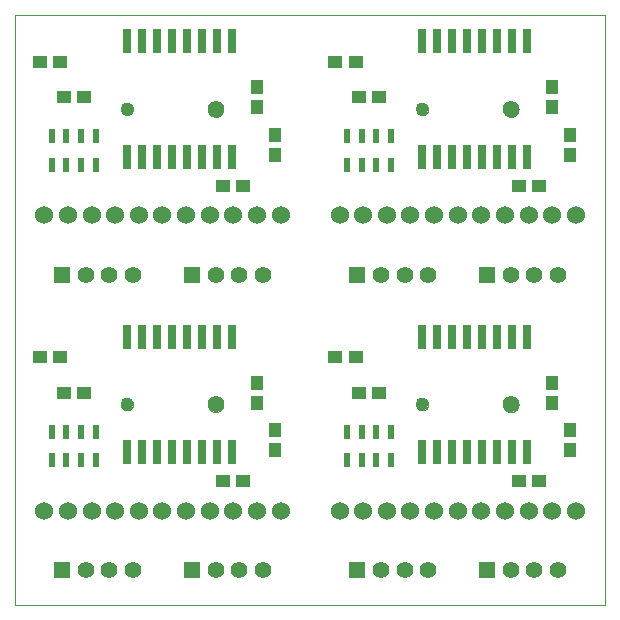
<source format=gbs>
G75*
%MOIN*%
%OFA0B0*%
%FSLAX25Y25*%
%IPPOS*%
%LPD*%
%AMOC8*
5,1,8,0,0,1.08239X$1,22.5*
%
%ADD10C,0.00000*%
%ADD11R,0.03000X0.08400*%
%ADD12R,0.05550X0.05550*%
%ADD13C,0.05550*%
%ADD14C,0.06000*%
%ADD15R,0.02369X0.05124*%
%ADD16C,0.05518*%
%ADD17C,0.04337*%
%ADD18R,0.04731X0.04337*%
%ADD19R,0.04337X0.04731*%
D10*
X0001500Y0006189D02*
X0001500Y0203039D01*
X0198350Y0203039D01*
X0198350Y0006189D01*
X0001500Y0006189D01*
X0036933Y0073118D02*
X0036935Y0073206D01*
X0036941Y0073294D01*
X0036951Y0073382D01*
X0036965Y0073470D01*
X0036982Y0073556D01*
X0037004Y0073642D01*
X0037029Y0073726D01*
X0037059Y0073810D01*
X0037091Y0073892D01*
X0037128Y0073972D01*
X0037168Y0074051D01*
X0037212Y0074128D01*
X0037259Y0074203D01*
X0037309Y0074275D01*
X0037363Y0074346D01*
X0037419Y0074413D01*
X0037479Y0074479D01*
X0037541Y0074541D01*
X0037607Y0074601D01*
X0037674Y0074657D01*
X0037745Y0074711D01*
X0037817Y0074761D01*
X0037892Y0074808D01*
X0037969Y0074852D01*
X0038048Y0074892D01*
X0038128Y0074929D01*
X0038210Y0074961D01*
X0038294Y0074991D01*
X0038378Y0075016D01*
X0038464Y0075038D01*
X0038550Y0075055D01*
X0038638Y0075069D01*
X0038726Y0075079D01*
X0038814Y0075085D01*
X0038902Y0075087D01*
X0038990Y0075085D01*
X0039078Y0075079D01*
X0039166Y0075069D01*
X0039254Y0075055D01*
X0039340Y0075038D01*
X0039426Y0075016D01*
X0039510Y0074991D01*
X0039594Y0074961D01*
X0039676Y0074929D01*
X0039756Y0074892D01*
X0039835Y0074852D01*
X0039912Y0074808D01*
X0039987Y0074761D01*
X0040059Y0074711D01*
X0040130Y0074657D01*
X0040197Y0074601D01*
X0040263Y0074541D01*
X0040325Y0074479D01*
X0040385Y0074413D01*
X0040441Y0074346D01*
X0040495Y0074275D01*
X0040545Y0074203D01*
X0040592Y0074128D01*
X0040636Y0074051D01*
X0040676Y0073972D01*
X0040713Y0073892D01*
X0040745Y0073810D01*
X0040775Y0073726D01*
X0040800Y0073642D01*
X0040822Y0073556D01*
X0040839Y0073470D01*
X0040853Y0073382D01*
X0040863Y0073294D01*
X0040869Y0073206D01*
X0040871Y0073118D01*
X0040869Y0073030D01*
X0040863Y0072942D01*
X0040853Y0072854D01*
X0040839Y0072766D01*
X0040822Y0072680D01*
X0040800Y0072594D01*
X0040775Y0072510D01*
X0040745Y0072426D01*
X0040713Y0072344D01*
X0040676Y0072264D01*
X0040636Y0072185D01*
X0040592Y0072108D01*
X0040545Y0072033D01*
X0040495Y0071961D01*
X0040441Y0071890D01*
X0040385Y0071823D01*
X0040325Y0071757D01*
X0040263Y0071695D01*
X0040197Y0071635D01*
X0040130Y0071579D01*
X0040059Y0071525D01*
X0039987Y0071475D01*
X0039912Y0071428D01*
X0039835Y0071384D01*
X0039756Y0071344D01*
X0039676Y0071307D01*
X0039594Y0071275D01*
X0039510Y0071245D01*
X0039426Y0071220D01*
X0039340Y0071198D01*
X0039254Y0071181D01*
X0039166Y0071167D01*
X0039078Y0071157D01*
X0038990Y0071151D01*
X0038902Y0071149D01*
X0038814Y0071151D01*
X0038726Y0071157D01*
X0038638Y0071167D01*
X0038550Y0071181D01*
X0038464Y0071198D01*
X0038378Y0071220D01*
X0038294Y0071245D01*
X0038210Y0071275D01*
X0038128Y0071307D01*
X0038048Y0071344D01*
X0037969Y0071384D01*
X0037892Y0071428D01*
X0037817Y0071475D01*
X0037745Y0071525D01*
X0037674Y0071579D01*
X0037607Y0071635D01*
X0037541Y0071695D01*
X0037479Y0071757D01*
X0037419Y0071823D01*
X0037363Y0071890D01*
X0037309Y0071961D01*
X0037259Y0072033D01*
X0037212Y0072108D01*
X0037168Y0072185D01*
X0037128Y0072264D01*
X0037091Y0072344D01*
X0037059Y0072426D01*
X0037029Y0072510D01*
X0037004Y0072594D01*
X0036982Y0072680D01*
X0036965Y0072766D01*
X0036951Y0072854D01*
X0036941Y0072942D01*
X0036935Y0073030D01*
X0036933Y0073118D01*
X0065870Y0073118D02*
X0065872Y0073219D01*
X0065878Y0073320D01*
X0065888Y0073421D01*
X0065902Y0073521D01*
X0065920Y0073620D01*
X0065942Y0073719D01*
X0065967Y0073817D01*
X0065997Y0073914D01*
X0066030Y0074009D01*
X0066067Y0074103D01*
X0066108Y0074196D01*
X0066152Y0074287D01*
X0066200Y0074376D01*
X0066252Y0074463D01*
X0066307Y0074548D01*
X0066365Y0074630D01*
X0066426Y0074711D01*
X0066491Y0074789D01*
X0066558Y0074864D01*
X0066628Y0074936D01*
X0066702Y0075006D01*
X0066778Y0075073D01*
X0066856Y0075137D01*
X0066937Y0075197D01*
X0067020Y0075254D01*
X0067106Y0075308D01*
X0067194Y0075359D01*
X0067283Y0075406D01*
X0067374Y0075450D01*
X0067467Y0075489D01*
X0067562Y0075526D01*
X0067657Y0075558D01*
X0067754Y0075587D01*
X0067853Y0075611D01*
X0067951Y0075632D01*
X0068051Y0075649D01*
X0068151Y0075662D01*
X0068252Y0075671D01*
X0068353Y0075676D01*
X0068454Y0075677D01*
X0068555Y0075674D01*
X0068656Y0075667D01*
X0068757Y0075656D01*
X0068857Y0075641D01*
X0068956Y0075622D01*
X0069055Y0075599D01*
X0069152Y0075573D01*
X0069249Y0075542D01*
X0069344Y0075508D01*
X0069437Y0075470D01*
X0069530Y0075428D01*
X0069620Y0075383D01*
X0069709Y0075334D01*
X0069795Y0075282D01*
X0069879Y0075226D01*
X0069962Y0075167D01*
X0070041Y0075105D01*
X0070119Y0075040D01*
X0070193Y0074972D01*
X0070265Y0074900D01*
X0070334Y0074827D01*
X0070400Y0074750D01*
X0070463Y0074671D01*
X0070523Y0074589D01*
X0070579Y0074505D01*
X0070632Y0074419D01*
X0070682Y0074331D01*
X0070728Y0074241D01*
X0070771Y0074150D01*
X0070810Y0074056D01*
X0070845Y0073961D01*
X0070876Y0073865D01*
X0070904Y0073768D01*
X0070928Y0073670D01*
X0070948Y0073571D01*
X0070964Y0073471D01*
X0070976Y0073370D01*
X0070984Y0073270D01*
X0070988Y0073169D01*
X0070988Y0073067D01*
X0070984Y0072966D01*
X0070976Y0072866D01*
X0070964Y0072765D01*
X0070948Y0072665D01*
X0070928Y0072566D01*
X0070904Y0072468D01*
X0070876Y0072371D01*
X0070845Y0072275D01*
X0070810Y0072180D01*
X0070771Y0072086D01*
X0070728Y0071995D01*
X0070682Y0071905D01*
X0070632Y0071817D01*
X0070579Y0071731D01*
X0070523Y0071647D01*
X0070463Y0071565D01*
X0070400Y0071486D01*
X0070334Y0071409D01*
X0070265Y0071336D01*
X0070193Y0071264D01*
X0070119Y0071196D01*
X0070041Y0071131D01*
X0069962Y0071069D01*
X0069879Y0071010D01*
X0069795Y0070954D01*
X0069708Y0070902D01*
X0069620Y0070853D01*
X0069530Y0070808D01*
X0069437Y0070766D01*
X0069344Y0070728D01*
X0069249Y0070694D01*
X0069152Y0070663D01*
X0069055Y0070637D01*
X0068956Y0070614D01*
X0068857Y0070595D01*
X0068757Y0070580D01*
X0068656Y0070569D01*
X0068555Y0070562D01*
X0068454Y0070559D01*
X0068353Y0070560D01*
X0068252Y0070565D01*
X0068151Y0070574D01*
X0068051Y0070587D01*
X0067951Y0070604D01*
X0067853Y0070625D01*
X0067754Y0070649D01*
X0067657Y0070678D01*
X0067562Y0070710D01*
X0067467Y0070747D01*
X0067374Y0070786D01*
X0067283Y0070830D01*
X0067194Y0070877D01*
X0067106Y0070928D01*
X0067020Y0070982D01*
X0066937Y0071039D01*
X0066856Y0071099D01*
X0066778Y0071163D01*
X0066702Y0071230D01*
X0066628Y0071300D01*
X0066558Y0071372D01*
X0066491Y0071447D01*
X0066426Y0071525D01*
X0066365Y0071606D01*
X0066307Y0071688D01*
X0066252Y0071773D01*
X0066200Y0071860D01*
X0066152Y0071949D01*
X0066108Y0072040D01*
X0066067Y0072133D01*
X0066030Y0072227D01*
X0065997Y0072322D01*
X0065967Y0072419D01*
X0065942Y0072517D01*
X0065920Y0072616D01*
X0065902Y0072715D01*
X0065888Y0072815D01*
X0065878Y0072916D01*
X0065872Y0073017D01*
X0065870Y0073118D01*
X0135358Y0073118D02*
X0135360Y0073206D01*
X0135366Y0073294D01*
X0135376Y0073382D01*
X0135390Y0073470D01*
X0135407Y0073556D01*
X0135429Y0073642D01*
X0135454Y0073726D01*
X0135484Y0073810D01*
X0135516Y0073892D01*
X0135553Y0073972D01*
X0135593Y0074051D01*
X0135637Y0074128D01*
X0135684Y0074203D01*
X0135734Y0074275D01*
X0135788Y0074346D01*
X0135844Y0074413D01*
X0135904Y0074479D01*
X0135966Y0074541D01*
X0136032Y0074601D01*
X0136099Y0074657D01*
X0136170Y0074711D01*
X0136242Y0074761D01*
X0136317Y0074808D01*
X0136394Y0074852D01*
X0136473Y0074892D01*
X0136553Y0074929D01*
X0136635Y0074961D01*
X0136719Y0074991D01*
X0136803Y0075016D01*
X0136889Y0075038D01*
X0136975Y0075055D01*
X0137063Y0075069D01*
X0137151Y0075079D01*
X0137239Y0075085D01*
X0137327Y0075087D01*
X0137415Y0075085D01*
X0137503Y0075079D01*
X0137591Y0075069D01*
X0137679Y0075055D01*
X0137765Y0075038D01*
X0137851Y0075016D01*
X0137935Y0074991D01*
X0138019Y0074961D01*
X0138101Y0074929D01*
X0138181Y0074892D01*
X0138260Y0074852D01*
X0138337Y0074808D01*
X0138412Y0074761D01*
X0138484Y0074711D01*
X0138555Y0074657D01*
X0138622Y0074601D01*
X0138688Y0074541D01*
X0138750Y0074479D01*
X0138810Y0074413D01*
X0138866Y0074346D01*
X0138920Y0074275D01*
X0138970Y0074203D01*
X0139017Y0074128D01*
X0139061Y0074051D01*
X0139101Y0073972D01*
X0139138Y0073892D01*
X0139170Y0073810D01*
X0139200Y0073726D01*
X0139225Y0073642D01*
X0139247Y0073556D01*
X0139264Y0073470D01*
X0139278Y0073382D01*
X0139288Y0073294D01*
X0139294Y0073206D01*
X0139296Y0073118D01*
X0139294Y0073030D01*
X0139288Y0072942D01*
X0139278Y0072854D01*
X0139264Y0072766D01*
X0139247Y0072680D01*
X0139225Y0072594D01*
X0139200Y0072510D01*
X0139170Y0072426D01*
X0139138Y0072344D01*
X0139101Y0072264D01*
X0139061Y0072185D01*
X0139017Y0072108D01*
X0138970Y0072033D01*
X0138920Y0071961D01*
X0138866Y0071890D01*
X0138810Y0071823D01*
X0138750Y0071757D01*
X0138688Y0071695D01*
X0138622Y0071635D01*
X0138555Y0071579D01*
X0138484Y0071525D01*
X0138412Y0071475D01*
X0138337Y0071428D01*
X0138260Y0071384D01*
X0138181Y0071344D01*
X0138101Y0071307D01*
X0138019Y0071275D01*
X0137935Y0071245D01*
X0137851Y0071220D01*
X0137765Y0071198D01*
X0137679Y0071181D01*
X0137591Y0071167D01*
X0137503Y0071157D01*
X0137415Y0071151D01*
X0137327Y0071149D01*
X0137239Y0071151D01*
X0137151Y0071157D01*
X0137063Y0071167D01*
X0136975Y0071181D01*
X0136889Y0071198D01*
X0136803Y0071220D01*
X0136719Y0071245D01*
X0136635Y0071275D01*
X0136553Y0071307D01*
X0136473Y0071344D01*
X0136394Y0071384D01*
X0136317Y0071428D01*
X0136242Y0071475D01*
X0136170Y0071525D01*
X0136099Y0071579D01*
X0136032Y0071635D01*
X0135966Y0071695D01*
X0135904Y0071757D01*
X0135844Y0071823D01*
X0135788Y0071890D01*
X0135734Y0071961D01*
X0135684Y0072033D01*
X0135637Y0072108D01*
X0135593Y0072185D01*
X0135553Y0072264D01*
X0135516Y0072344D01*
X0135484Y0072426D01*
X0135454Y0072510D01*
X0135429Y0072594D01*
X0135407Y0072680D01*
X0135390Y0072766D01*
X0135376Y0072854D01*
X0135366Y0072942D01*
X0135360Y0073030D01*
X0135358Y0073118D01*
X0164295Y0073118D02*
X0164297Y0073219D01*
X0164303Y0073320D01*
X0164313Y0073421D01*
X0164327Y0073521D01*
X0164345Y0073620D01*
X0164367Y0073719D01*
X0164392Y0073817D01*
X0164422Y0073914D01*
X0164455Y0074009D01*
X0164492Y0074103D01*
X0164533Y0074196D01*
X0164577Y0074287D01*
X0164625Y0074376D01*
X0164677Y0074463D01*
X0164732Y0074548D01*
X0164790Y0074630D01*
X0164851Y0074711D01*
X0164916Y0074789D01*
X0164983Y0074864D01*
X0165053Y0074936D01*
X0165127Y0075006D01*
X0165203Y0075073D01*
X0165281Y0075137D01*
X0165362Y0075197D01*
X0165445Y0075254D01*
X0165531Y0075308D01*
X0165619Y0075359D01*
X0165708Y0075406D01*
X0165799Y0075450D01*
X0165892Y0075489D01*
X0165987Y0075526D01*
X0166082Y0075558D01*
X0166179Y0075587D01*
X0166278Y0075611D01*
X0166376Y0075632D01*
X0166476Y0075649D01*
X0166576Y0075662D01*
X0166677Y0075671D01*
X0166778Y0075676D01*
X0166879Y0075677D01*
X0166980Y0075674D01*
X0167081Y0075667D01*
X0167182Y0075656D01*
X0167282Y0075641D01*
X0167381Y0075622D01*
X0167480Y0075599D01*
X0167577Y0075573D01*
X0167674Y0075542D01*
X0167769Y0075508D01*
X0167862Y0075470D01*
X0167955Y0075428D01*
X0168045Y0075383D01*
X0168134Y0075334D01*
X0168220Y0075282D01*
X0168304Y0075226D01*
X0168387Y0075167D01*
X0168466Y0075105D01*
X0168544Y0075040D01*
X0168618Y0074972D01*
X0168690Y0074900D01*
X0168759Y0074827D01*
X0168825Y0074750D01*
X0168888Y0074671D01*
X0168948Y0074589D01*
X0169004Y0074505D01*
X0169057Y0074419D01*
X0169107Y0074331D01*
X0169153Y0074241D01*
X0169196Y0074150D01*
X0169235Y0074056D01*
X0169270Y0073961D01*
X0169301Y0073865D01*
X0169329Y0073768D01*
X0169353Y0073670D01*
X0169373Y0073571D01*
X0169389Y0073471D01*
X0169401Y0073370D01*
X0169409Y0073270D01*
X0169413Y0073169D01*
X0169413Y0073067D01*
X0169409Y0072966D01*
X0169401Y0072866D01*
X0169389Y0072765D01*
X0169373Y0072665D01*
X0169353Y0072566D01*
X0169329Y0072468D01*
X0169301Y0072371D01*
X0169270Y0072275D01*
X0169235Y0072180D01*
X0169196Y0072086D01*
X0169153Y0071995D01*
X0169107Y0071905D01*
X0169057Y0071817D01*
X0169004Y0071731D01*
X0168948Y0071647D01*
X0168888Y0071565D01*
X0168825Y0071486D01*
X0168759Y0071409D01*
X0168690Y0071336D01*
X0168618Y0071264D01*
X0168544Y0071196D01*
X0168466Y0071131D01*
X0168387Y0071069D01*
X0168304Y0071010D01*
X0168220Y0070954D01*
X0168133Y0070902D01*
X0168045Y0070853D01*
X0167955Y0070808D01*
X0167862Y0070766D01*
X0167769Y0070728D01*
X0167674Y0070694D01*
X0167577Y0070663D01*
X0167480Y0070637D01*
X0167381Y0070614D01*
X0167282Y0070595D01*
X0167182Y0070580D01*
X0167081Y0070569D01*
X0166980Y0070562D01*
X0166879Y0070559D01*
X0166778Y0070560D01*
X0166677Y0070565D01*
X0166576Y0070574D01*
X0166476Y0070587D01*
X0166376Y0070604D01*
X0166278Y0070625D01*
X0166179Y0070649D01*
X0166082Y0070678D01*
X0165987Y0070710D01*
X0165892Y0070747D01*
X0165799Y0070786D01*
X0165708Y0070830D01*
X0165619Y0070877D01*
X0165531Y0070928D01*
X0165445Y0070982D01*
X0165362Y0071039D01*
X0165281Y0071099D01*
X0165203Y0071163D01*
X0165127Y0071230D01*
X0165053Y0071300D01*
X0164983Y0071372D01*
X0164916Y0071447D01*
X0164851Y0071525D01*
X0164790Y0071606D01*
X0164732Y0071688D01*
X0164677Y0071773D01*
X0164625Y0071860D01*
X0164577Y0071949D01*
X0164533Y0072040D01*
X0164492Y0072133D01*
X0164455Y0072227D01*
X0164422Y0072322D01*
X0164392Y0072419D01*
X0164367Y0072517D01*
X0164345Y0072616D01*
X0164327Y0072715D01*
X0164313Y0072815D01*
X0164303Y0072916D01*
X0164297Y0073017D01*
X0164295Y0073118D01*
X0164295Y0171543D02*
X0164297Y0171644D01*
X0164303Y0171745D01*
X0164313Y0171846D01*
X0164327Y0171946D01*
X0164345Y0172045D01*
X0164367Y0172144D01*
X0164392Y0172242D01*
X0164422Y0172339D01*
X0164455Y0172434D01*
X0164492Y0172528D01*
X0164533Y0172621D01*
X0164577Y0172712D01*
X0164625Y0172801D01*
X0164677Y0172888D01*
X0164732Y0172973D01*
X0164790Y0173055D01*
X0164851Y0173136D01*
X0164916Y0173214D01*
X0164983Y0173289D01*
X0165053Y0173361D01*
X0165127Y0173431D01*
X0165203Y0173498D01*
X0165281Y0173562D01*
X0165362Y0173622D01*
X0165445Y0173679D01*
X0165531Y0173733D01*
X0165619Y0173784D01*
X0165708Y0173831D01*
X0165799Y0173875D01*
X0165892Y0173914D01*
X0165987Y0173951D01*
X0166082Y0173983D01*
X0166179Y0174012D01*
X0166278Y0174036D01*
X0166376Y0174057D01*
X0166476Y0174074D01*
X0166576Y0174087D01*
X0166677Y0174096D01*
X0166778Y0174101D01*
X0166879Y0174102D01*
X0166980Y0174099D01*
X0167081Y0174092D01*
X0167182Y0174081D01*
X0167282Y0174066D01*
X0167381Y0174047D01*
X0167480Y0174024D01*
X0167577Y0173998D01*
X0167674Y0173967D01*
X0167769Y0173933D01*
X0167862Y0173895D01*
X0167955Y0173853D01*
X0168045Y0173808D01*
X0168134Y0173759D01*
X0168220Y0173707D01*
X0168304Y0173651D01*
X0168387Y0173592D01*
X0168466Y0173530D01*
X0168544Y0173465D01*
X0168618Y0173397D01*
X0168690Y0173325D01*
X0168759Y0173252D01*
X0168825Y0173175D01*
X0168888Y0173096D01*
X0168948Y0173014D01*
X0169004Y0172930D01*
X0169057Y0172844D01*
X0169107Y0172756D01*
X0169153Y0172666D01*
X0169196Y0172575D01*
X0169235Y0172481D01*
X0169270Y0172386D01*
X0169301Y0172290D01*
X0169329Y0172193D01*
X0169353Y0172095D01*
X0169373Y0171996D01*
X0169389Y0171896D01*
X0169401Y0171795D01*
X0169409Y0171695D01*
X0169413Y0171594D01*
X0169413Y0171492D01*
X0169409Y0171391D01*
X0169401Y0171291D01*
X0169389Y0171190D01*
X0169373Y0171090D01*
X0169353Y0170991D01*
X0169329Y0170893D01*
X0169301Y0170796D01*
X0169270Y0170700D01*
X0169235Y0170605D01*
X0169196Y0170511D01*
X0169153Y0170420D01*
X0169107Y0170330D01*
X0169057Y0170242D01*
X0169004Y0170156D01*
X0168948Y0170072D01*
X0168888Y0169990D01*
X0168825Y0169911D01*
X0168759Y0169834D01*
X0168690Y0169761D01*
X0168618Y0169689D01*
X0168544Y0169621D01*
X0168466Y0169556D01*
X0168387Y0169494D01*
X0168304Y0169435D01*
X0168220Y0169379D01*
X0168133Y0169327D01*
X0168045Y0169278D01*
X0167955Y0169233D01*
X0167862Y0169191D01*
X0167769Y0169153D01*
X0167674Y0169119D01*
X0167577Y0169088D01*
X0167480Y0169062D01*
X0167381Y0169039D01*
X0167282Y0169020D01*
X0167182Y0169005D01*
X0167081Y0168994D01*
X0166980Y0168987D01*
X0166879Y0168984D01*
X0166778Y0168985D01*
X0166677Y0168990D01*
X0166576Y0168999D01*
X0166476Y0169012D01*
X0166376Y0169029D01*
X0166278Y0169050D01*
X0166179Y0169074D01*
X0166082Y0169103D01*
X0165987Y0169135D01*
X0165892Y0169172D01*
X0165799Y0169211D01*
X0165708Y0169255D01*
X0165619Y0169302D01*
X0165531Y0169353D01*
X0165445Y0169407D01*
X0165362Y0169464D01*
X0165281Y0169524D01*
X0165203Y0169588D01*
X0165127Y0169655D01*
X0165053Y0169725D01*
X0164983Y0169797D01*
X0164916Y0169872D01*
X0164851Y0169950D01*
X0164790Y0170031D01*
X0164732Y0170113D01*
X0164677Y0170198D01*
X0164625Y0170285D01*
X0164577Y0170374D01*
X0164533Y0170465D01*
X0164492Y0170558D01*
X0164455Y0170652D01*
X0164422Y0170747D01*
X0164392Y0170844D01*
X0164367Y0170942D01*
X0164345Y0171041D01*
X0164327Y0171140D01*
X0164313Y0171240D01*
X0164303Y0171341D01*
X0164297Y0171442D01*
X0164295Y0171543D01*
X0135358Y0171543D02*
X0135360Y0171631D01*
X0135366Y0171719D01*
X0135376Y0171807D01*
X0135390Y0171895D01*
X0135407Y0171981D01*
X0135429Y0172067D01*
X0135454Y0172151D01*
X0135484Y0172235D01*
X0135516Y0172317D01*
X0135553Y0172397D01*
X0135593Y0172476D01*
X0135637Y0172553D01*
X0135684Y0172628D01*
X0135734Y0172700D01*
X0135788Y0172771D01*
X0135844Y0172838D01*
X0135904Y0172904D01*
X0135966Y0172966D01*
X0136032Y0173026D01*
X0136099Y0173082D01*
X0136170Y0173136D01*
X0136242Y0173186D01*
X0136317Y0173233D01*
X0136394Y0173277D01*
X0136473Y0173317D01*
X0136553Y0173354D01*
X0136635Y0173386D01*
X0136719Y0173416D01*
X0136803Y0173441D01*
X0136889Y0173463D01*
X0136975Y0173480D01*
X0137063Y0173494D01*
X0137151Y0173504D01*
X0137239Y0173510D01*
X0137327Y0173512D01*
X0137415Y0173510D01*
X0137503Y0173504D01*
X0137591Y0173494D01*
X0137679Y0173480D01*
X0137765Y0173463D01*
X0137851Y0173441D01*
X0137935Y0173416D01*
X0138019Y0173386D01*
X0138101Y0173354D01*
X0138181Y0173317D01*
X0138260Y0173277D01*
X0138337Y0173233D01*
X0138412Y0173186D01*
X0138484Y0173136D01*
X0138555Y0173082D01*
X0138622Y0173026D01*
X0138688Y0172966D01*
X0138750Y0172904D01*
X0138810Y0172838D01*
X0138866Y0172771D01*
X0138920Y0172700D01*
X0138970Y0172628D01*
X0139017Y0172553D01*
X0139061Y0172476D01*
X0139101Y0172397D01*
X0139138Y0172317D01*
X0139170Y0172235D01*
X0139200Y0172151D01*
X0139225Y0172067D01*
X0139247Y0171981D01*
X0139264Y0171895D01*
X0139278Y0171807D01*
X0139288Y0171719D01*
X0139294Y0171631D01*
X0139296Y0171543D01*
X0139294Y0171455D01*
X0139288Y0171367D01*
X0139278Y0171279D01*
X0139264Y0171191D01*
X0139247Y0171105D01*
X0139225Y0171019D01*
X0139200Y0170935D01*
X0139170Y0170851D01*
X0139138Y0170769D01*
X0139101Y0170689D01*
X0139061Y0170610D01*
X0139017Y0170533D01*
X0138970Y0170458D01*
X0138920Y0170386D01*
X0138866Y0170315D01*
X0138810Y0170248D01*
X0138750Y0170182D01*
X0138688Y0170120D01*
X0138622Y0170060D01*
X0138555Y0170004D01*
X0138484Y0169950D01*
X0138412Y0169900D01*
X0138337Y0169853D01*
X0138260Y0169809D01*
X0138181Y0169769D01*
X0138101Y0169732D01*
X0138019Y0169700D01*
X0137935Y0169670D01*
X0137851Y0169645D01*
X0137765Y0169623D01*
X0137679Y0169606D01*
X0137591Y0169592D01*
X0137503Y0169582D01*
X0137415Y0169576D01*
X0137327Y0169574D01*
X0137239Y0169576D01*
X0137151Y0169582D01*
X0137063Y0169592D01*
X0136975Y0169606D01*
X0136889Y0169623D01*
X0136803Y0169645D01*
X0136719Y0169670D01*
X0136635Y0169700D01*
X0136553Y0169732D01*
X0136473Y0169769D01*
X0136394Y0169809D01*
X0136317Y0169853D01*
X0136242Y0169900D01*
X0136170Y0169950D01*
X0136099Y0170004D01*
X0136032Y0170060D01*
X0135966Y0170120D01*
X0135904Y0170182D01*
X0135844Y0170248D01*
X0135788Y0170315D01*
X0135734Y0170386D01*
X0135684Y0170458D01*
X0135637Y0170533D01*
X0135593Y0170610D01*
X0135553Y0170689D01*
X0135516Y0170769D01*
X0135484Y0170851D01*
X0135454Y0170935D01*
X0135429Y0171019D01*
X0135407Y0171105D01*
X0135390Y0171191D01*
X0135376Y0171279D01*
X0135366Y0171367D01*
X0135360Y0171455D01*
X0135358Y0171543D01*
X0065870Y0171543D02*
X0065872Y0171644D01*
X0065878Y0171745D01*
X0065888Y0171846D01*
X0065902Y0171946D01*
X0065920Y0172045D01*
X0065942Y0172144D01*
X0065967Y0172242D01*
X0065997Y0172339D01*
X0066030Y0172434D01*
X0066067Y0172528D01*
X0066108Y0172621D01*
X0066152Y0172712D01*
X0066200Y0172801D01*
X0066252Y0172888D01*
X0066307Y0172973D01*
X0066365Y0173055D01*
X0066426Y0173136D01*
X0066491Y0173214D01*
X0066558Y0173289D01*
X0066628Y0173361D01*
X0066702Y0173431D01*
X0066778Y0173498D01*
X0066856Y0173562D01*
X0066937Y0173622D01*
X0067020Y0173679D01*
X0067106Y0173733D01*
X0067194Y0173784D01*
X0067283Y0173831D01*
X0067374Y0173875D01*
X0067467Y0173914D01*
X0067562Y0173951D01*
X0067657Y0173983D01*
X0067754Y0174012D01*
X0067853Y0174036D01*
X0067951Y0174057D01*
X0068051Y0174074D01*
X0068151Y0174087D01*
X0068252Y0174096D01*
X0068353Y0174101D01*
X0068454Y0174102D01*
X0068555Y0174099D01*
X0068656Y0174092D01*
X0068757Y0174081D01*
X0068857Y0174066D01*
X0068956Y0174047D01*
X0069055Y0174024D01*
X0069152Y0173998D01*
X0069249Y0173967D01*
X0069344Y0173933D01*
X0069437Y0173895D01*
X0069530Y0173853D01*
X0069620Y0173808D01*
X0069709Y0173759D01*
X0069795Y0173707D01*
X0069879Y0173651D01*
X0069962Y0173592D01*
X0070041Y0173530D01*
X0070119Y0173465D01*
X0070193Y0173397D01*
X0070265Y0173325D01*
X0070334Y0173252D01*
X0070400Y0173175D01*
X0070463Y0173096D01*
X0070523Y0173014D01*
X0070579Y0172930D01*
X0070632Y0172844D01*
X0070682Y0172756D01*
X0070728Y0172666D01*
X0070771Y0172575D01*
X0070810Y0172481D01*
X0070845Y0172386D01*
X0070876Y0172290D01*
X0070904Y0172193D01*
X0070928Y0172095D01*
X0070948Y0171996D01*
X0070964Y0171896D01*
X0070976Y0171795D01*
X0070984Y0171695D01*
X0070988Y0171594D01*
X0070988Y0171492D01*
X0070984Y0171391D01*
X0070976Y0171291D01*
X0070964Y0171190D01*
X0070948Y0171090D01*
X0070928Y0170991D01*
X0070904Y0170893D01*
X0070876Y0170796D01*
X0070845Y0170700D01*
X0070810Y0170605D01*
X0070771Y0170511D01*
X0070728Y0170420D01*
X0070682Y0170330D01*
X0070632Y0170242D01*
X0070579Y0170156D01*
X0070523Y0170072D01*
X0070463Y0169990D01*
X0070400Y0169911D01*
X0070334Y0169834D01*
X0070265Y0169761D01*
X0070193Y0169689D01*
X0070119Y0169621D01*
X0070041Y0169556D01*
X0069962Y0169494D01*
X0069879Y0169435D01*
X0069795Y0169379D01*
X0069708Y0169327D01*
X0069620Y0169278D01*
X0069530Y0169233D01*
X0069437Y0169191D01*
X0069344Y0169153D01*
X0069249Y0169119D01*
X0069152Y0169088D01*
X0069055Y0169062D01*
X0068956Y0169039D01*
X0068857Y0169020D01*
X0068757Y0169005D01*
X0068656Y0168994D01*
X0068555Y0168987D01*
X0068454Y0168984D01*
X0068353Y0168985D01*
X0068252Y0168990D01*
X0068151Y0168999D01*
X0068051Y0169012D01*
X0067951Y0169029D01*
X0067853Y0169050D01*
X0067754Y0169074D01*
X0067657Y0169103D01*
X0067562Y0169135D01*
X0067467Y0169172D01*
X0067374Y0169211D01*
X0067283Y0169255D01*
X0067194Y0169302D01*
X0067106Y0169353D01*
X0067020Y0169407D01*
X0066937Y0169464D01*
X0066856Y0169524D01*
X0066778Y0169588D01*
X0066702Y0169655D01*
X0066628Y0169725D01*
X0066558Y0169797D01*
X0066491Y0169872D01*
X0066426Y0169950D01*
X0066365Y0170031D01*
X0066307Y0170113D01*
X0066252Y0170198D01*
X0066200Y0170285D01*
X0066152Y0170374D01*
X0066108Y0170465D01*
X0066067Y0170558D01*
X0066030Y0170652D01*
X0065997Y0170747D01*
X0065967Y0170844D01*
X0065942Y0170942D01*
X0065920Y0171041D01*
X0065902Y0171140D01*
X0065888Y0171240D01*
X0065878Y0171341D01*
X0065872Y0171442D01*
X0065870Y0171543D01*
X0036933Y0171543D02*
X0036935Y0171631D01*
X0036941Y0171719D01*
X0036951Y0171807D01*
X0036965Y0171895D01*
X0036982Y0171981D01*
X0037004Y0172067D01*
X0037029Y0172151D01*
X0037059Y0172235D01*
X0037091Y0172317D01*
X0037128Y0172397D01*
X0037168Y0172476D01*
X0037212Y0172553D01*
X0037259Y0172628D01*
X0037309Y0172700D01*
X0037363Y0172771D01*
X0037419Y0172838D01*
X0037479Y0172904D01*
X0037541Y0172966D01*
X0037607Y0173026D01*
X0037674Y0173082D01*
X0037745Y0173136D01*
X0037817Y0173186D01*
X0037892Y0173233D01*
X0037969Y0173277D01*
X0038048Y0173317D01*
X0038128Y0173354D01*
X0038210Y0173386D01*
X0038294Y0173416D01*
X0038378Y0173441D01*
X0038464Y0173463D01*
X0038550Y0173480D01*
X0038638Y0173494D01*
X0038726Y0173504D01*
X0038814Y0173510D01*
X0038902Y0173512D01*
X0038990Y0173510D01*
X0039078Y0173504D01*
X0039166Y0173494D01*
X0039254Y0173480D01*
X0039340Y0173463D01*
X0039426Y0173441D01*
X0039510Y0173416D01*
X0039594Y0173386D01*
X0039676Y0173354D01*
X0039756Y0173317D01*
X0039835Y0173277D01*
X0039912Y0173233D01*
X0039987Y0173186D01*
X0040059Y0173136D01*
X0040130Y0173082D01*
X0040197Y0173026D01*
X0040263Y0172966D01*
X0040325Y0172904D01*
X0040385Y0172838D01*
X0040441Y0172771D01*
X0040495Y0172700D01*
X0040545Y0172628D01*
X0040592Y0172553D01*
X0040636Y0172476D01*
X0040676Y0172397D01*
X0040713Y0172317D01*
X0040745Y0172235D01*
X0040775Y0172151D01*
X0040800Y0172067D01*
X0040822Y0171981D01*
X0040839Y0171895D01*
X0040853Y0171807D01*
X0040863Y0171719D01*
X0040869Y0171631D01*
X0040871Y0171543D01*
X0040869Y0171455D01*
X0040863Y0171367D01*
X0040853Y0171279D01*
X0040839Y0171191D01*
X0040822Y0171105D01*
X0040800Y0171019D01*
X0040775Y0170935D01*
X0040745Y0170851D01*
X0040713Y0170769D01*
X0040676Y0170689D01*
X0040636Y0170610D01*
X0040592Y0170533D01*
X0040545Y0170458D01*
X0040495Y0170386D01*
X0040441Y0170315D01*
X0040385Y0170248D01*
X0040325Y0170182D01*
X0040263Y0170120D01*
X0040197Y0170060D01*
X0040130Y0170004D01*
X0040059Y0169950D01*
X0039987Y0169900D01*
X0039912Y0169853D01*
X0039835Y0169809D01*
X0039756Y0169769D01*
X0039676Y0169732D01*
X0039594Y0169700D01*
X0039510Y0169670D01*
X0039426Y0169645D01*
X0039340Y0169623D01*
X0039254Y0169606D01*
X0039166Y0169592D01*
X0039078Y0169582D01*
X0038990Y0169576D01*
X0038902Y0169574D01*
X0038814Y0169576D01*
X0038726Y0169582D01*
X0038638Y0169592D01*
X0038550Y0169606D01*
X0038464Y0169623D01*
X0038378Y0169645D01*
X0038294Y0169670D01*
X0038210Y0169700D01*
X0038128Y0169732D01*
X0038048Y0169769D01*
X0037969Y0169809D01*
X0037892Y0169853D01*
X0037817Y0169900D01*
X0037745Y0169950D01*
X0037674Y0170004D01*
X0037607Y0170060D01*
X0037541Y0170120D01*
X0037479Y0170182D01*
X0037419Y0170248D01*
X0037363Y0170315D01*
X0037309Y0170386D01*
X0037259Y0170458D01*
X0037212Y0170533D01*
X0037168Y0170610D01*
X0037128Y0170689D01*
X0037091Y0170769D01*
X0037059Y0170851D01*
X0037029Y0170935D01*
X0037004Y0171019D01*
X0036982Y0171105D01*
X0036965Y0171191D01*
X0036951Y0171279D01*
X0036941Y0171367D01*
X0036935Y0171455D01*
X0036933Y0171543D01*
D11*
X0038921Y0155590D03*
X0043921Y0155590D03*
X0048921Y0155590D03*
X0053921Y0155590D03*
X0058921Y0155590D03*
X0063921Y0155590D03*
X0068921Y0155590D03*
X0073921Y0155590D03*
X0073921Y0194190D03*
X0068921Y0194190D03*
X0063921Y0194190D03*
X0058921Y0194190D03*
X0053921Y0194190D03*
X0048921Y0194190D03*
X0043921Y0194190D03*
X0038921Y0194190D03*
X0038921Y0095765D03*
X0043921Y0095765D03*
X0048921Y0095765D03*
X0053921Y0095765D03*
X0058921Y0095765D03*
X0063921Y0095765D03*
X0068921Y0095765D03*
X0073921Y0095765D03*
X0073921Y0057165D03*
X0068921Y0057165D03*
X0063921Y0057165D03*
X0058921Y0057165D03*
X0053921Y0057165D03*
X0048921Y0057165D03*
X0043921Y0057165D03*
X0038921Y0057165D03*
X0137346Y0057165D03*
X0142346Y0057165D03*
X0147346Y0057165D03*
X0152346Y0057165D03*
X0157346Y0057165D03*
X0162346Y0057165D03*
X0167346Y0057165D03*
X0172346Y0057165D03*
X0172346Y0095765D03*
X0167346Y0095765D03*
X0162346Y0095765D03*
X0157346Y0095765D03*
X0152346Y0095765D03*
X0147346Y0095765D03*
X0142346Y0095765D03*
X0137346Y0095765D03*
X0137346Y0155590D03*
X0142346Y0155590D03*
X0147346Y0155590D03*
X0152346Y0155590D03*
X0157346Y0155590D03*
X0162346Y0155590D03*
X0167346Y0155590D03*
X0172346Y0155590D03*
X0172346Y0194190D03*
X0167346Y0194190D03*
X0162346Y0194190D03*
X0157346Y0194190D03*
X0152346Y0194190D03*
X0147346Y0194190D03*
X0142346Y0194190D03*
X0137346Y0194190D03*
D12*
X0158980Y0116425D03*
X0115673Y0116425D03*
X0060555Y0116425D03*
X0017248Y0116425D03*
X0017248Y0018000D03*
X0060555Y0018000D03*
X0115673Y0018000D03*
X0158980Y0018000D03*
D13*
X0166854Y0018000D03*
X0174728Y0018000D03*
X0182602Y0018000D03*
X0139295Y0018000D03*
X0131421Y0018000D03*
X0123547Y0018000D03*
X0084177Y0018000D03*
X0076303Y0018000D03*
X0068429Y0018000D03*
X0040870Y0018000D03*
X0032996Y0018000D03*
X0025122Y0018000D03*
X0025122Y0116425D03*
X0032996Y0116425D03*
X0040870Y0116425D03*
X0068429Y0116425D03*
X0076303Y0116425D03*
X0084177Y0116425D03*
X0123547Y0116425D03*
X0131421Y0116425D03*
X0139295Y0116425D03*
X0166854Y0116425D03*
X0174728Y0116425D03*
X0182602Y0116425D03*
D14*
X0180634Y0136110D03*
X0188508Y0136110D03*
X0172760Y0136110D03*
X0164886Y0136110D03*
X0157012Y0136110D03*
X0149138Y0136110D03*
X0141264Y0136110D03*
X0133390Y0136110D03*
X0125516Y0136110D03*
X0117642Y0136110D03*
X0109768Y0136110D03*
X0090083Y0136110D03*
X0082209Y0136110D03*
X0074335Y0136110D03*
X0066461Y0136110D03*
X0058587Y0136110D03*
X0050713Y0136110D03*
X0042839Y0136110D03*
X0034965Y0136110D03*
X0027091Y0136110D03*
X0019217Y0136110D03*
X0011343Y0136110D03*
X0011343Y0037685D03*
X0019217Y0037685D03*
X0027091Y0037685D03*
X0034965Y0037685D03*
X0042839Y0037685D03*
X0050713Y0037685D03*
X0058587Y0037685D03*
X0066461Y0037685D03*
X0074335Y0037685D03*
X0082209Y0037685D03*
X0090083Y0037685D03*
X0109768Y0037685D03*
X0117642Y0037685D03*
X0125516Y0037685D03*
X0133390Y0037685D03*
X0141264Y0037685D03*
X0149138Y0037685D03*
X0157012Y0037685D03*
X0164886Y0037685D03*
X0172760Y0037685D03*
X0180634Y0037685D03*
X0188508Y0037685D03*
D15*
X0126992Y0054614D03*
X0122071Y0054614D03*
X0117150Y0054614D03*
X0112228Y0054614D03*
X0112228Y0064063D03*
X0117150Y0064063D03*
X0122071Y0064063D03*
X0126992Y0064063D03*
X0126992Y0153039D03*
X0122071Y0153039D03*
X0117150Y0153039D03*
X0112228Y0153039D03*
X0112228Y0162488D03*
X0117150Y0162488D03*
X0122071Y0162488D03*
X0126992Y0162488D03*
X0028567Y0162488D03*
X0023646Y0162488D03*
X0018724Y0162488D03*
X0013803Y0162488D03*
X0013803Y0153039D03*
X0018724Y0153039D03*
X0023646Y0153039D03*
X0028567Y0153039D03*
X0028567Y0064063D03*
X0023646Y0064063D03*
X0018724Y0064063D03*
X0013803Y0064063D03*
X0013803Y0054614D03*
X0018724Y0054614D03*
X0023646Y0054614D03*
X0028567Y0054614D03*
D16*
X0068429Y0073118D03*
X0068429Y0171543D03*
X0166854Y0171543D03*
X0166854Y0073118D03*
D17*
X0137327Y0073118D03*
X0137327Y0171543D03*
X0038902Y0171543D03*
X0038902Y0073118D03*
D18*
X0024531Y0077055D03*
X0017839Y0077055D03*
X0016657Y0088866D03*
X0009965Y0088866D03*
X0070988Y0047528D03*
X0077681Y0047528D03*
X0116264Y0077055D03*
X0122957Y0077055D03*
X0115083Y0088866D03*
X0108390Y0088866D03*
X0077681Y0145953D03*
X0070988Y0145953D03*
X0108390Y0187291D03*
X0115083Y0187291D03*
X0116264Y0175480D03*
X0122957Y0175480D03*
X0169413Y0145953D03*
X0176106Y0145953D03*
X0176106Y0047528D03*
X0169413Y0047528D03*
X0024531Y0175480D03*
X0017839Y0175480D03*
X0016657Y0187291D03*
X0009965Y0187291D03*
D19*
X0082209Y0178827D03*
X0082209Y0172134D03*
X0088114Y0163079D03*
X0088114Y0156386D03*
X0082209Y0080402D03*
X0082209Y0073709D03*
X0088114Y0064654D03*
X0088114Y0057961D03*
X0180634Y0073709D03*
X0180634Y0080402D03*
X0186539Y0064654D03*
X0186539Y0057961D03*
X0186539Y0156386D03*
X0186539Y0163079D03*
X0180634Y0172134D03*
X0180634Y0178827D03*
M02*

</source>
